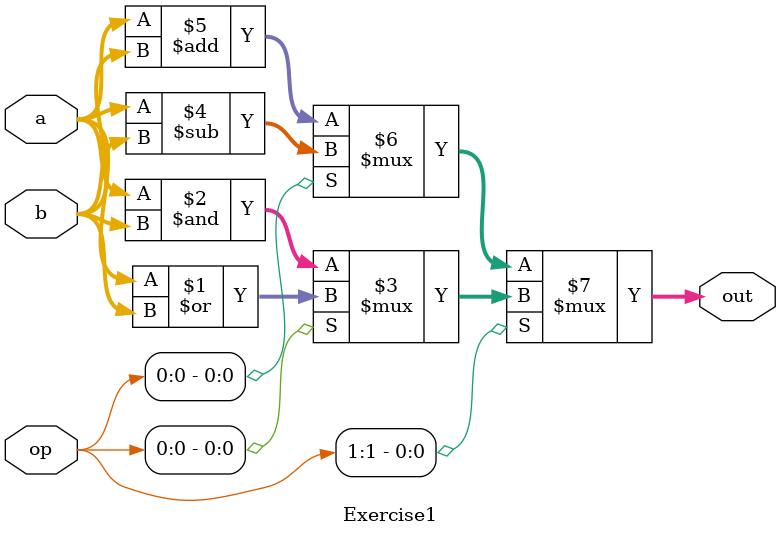
<source format=sv>
/**
  @brief A simple ALU-like module

  @input op   opcode for the operation to perform
  @input a    input to calculation
  @input b    input to calulation
  @output out result of calculation
*/
module Exercise1 (
    input  [1:0] op,
    input  [7:0] a,
    input  [7:0] b,
    output [7:0] out
);
assign out = op[1] ? op[0] ? a | b : a & b : op[0] ? a - b : a + b;
endmodule

</source>
